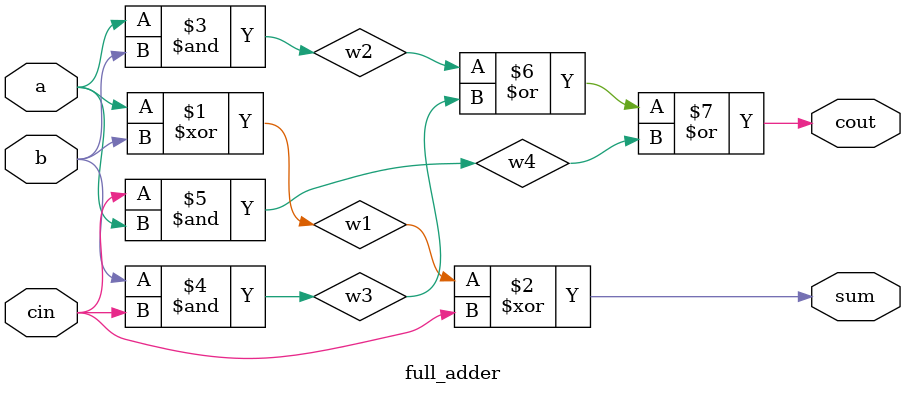
<source format=v>
module unsigned_mult( 
    input [3:0] a, b, 
    output [7:0]m
    );

wire [3:0]p0, p1, p2, p3;
wire s5, s4,s3,s2,s1,s0;
wire c5, c4,c3,c2,c1,c0;

assign p0 = a & {4{b[0]}};
assign p1 = a & {4{b[1]}};
assign p2 = a & {4{b[2]}};
assign p3 = a & {4{b[3]}};

half_adder ha0(p2[1],p3[0],k1,l1);
half_adder ha1(p2[2],p3[1],k2,l2);
half_adder ha2(p0[1],p1[0],s0,c0);

full_adder fa0(p0[2],p1[1],p2[0],s1,c1);
full_adder fa1(p0[3],p1[2],k1,s2,c2);
full_adder fa2(p1[3],k2,l1,s3,c3);
full_adder fa3(p2[3],p3[2],l2,s4,c4);

half_adder ha3(s1,c0,m[2],d0);
full_adder fa4(s2,c1,d0,m[3],d1);
full_adder fa5(s3,c2,d1,m[4],d2);
full_adder fa6(s4,c3,d2,m[5],d3);
full_adder fa7(p3[3],c4,d3,m[6],d4);

assign m[0] = p0[0];
assign m[1] = s0;
assign m[7] = d4;

endmodule



module half_adder(
    input a,b,
    output sum,cout
);

xor(sum,a,b);
and(cout,a,b);

endmodule

module full_adder (
    input a,b,cin,
    output sum,cout
);
wire w1,w2,w3,w4;  

xor(w1,a,b);
xor(sum,w1,cin);  

and(w2,a,b);
and(w3,b,cin);
and(w4,cin,a);
or(cout,w2,w3,w4);

endmodule
</source>
